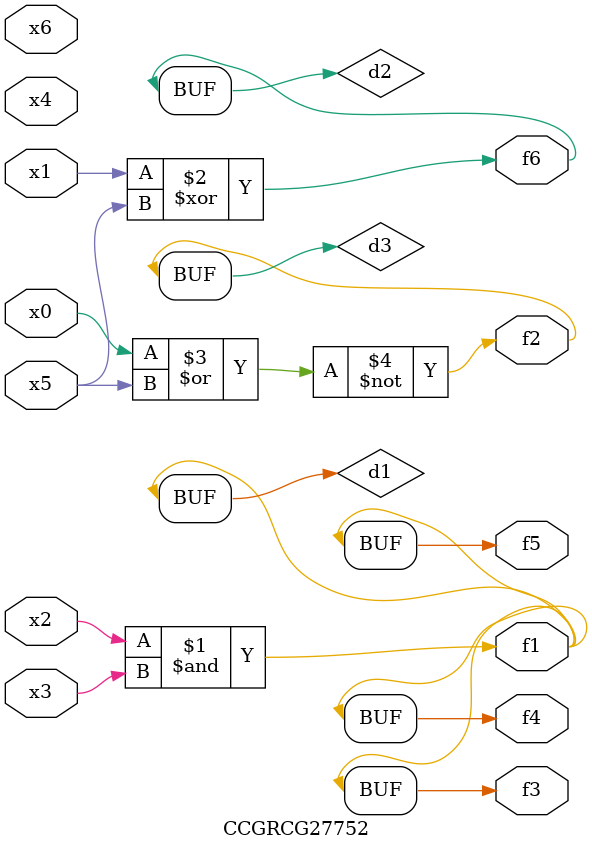
<source format=v>
module CCGRCG27752(
	input x0, x1, x2, x3, x4, x5, x6,
	output f1, f2, f3, f4, f5, f6
);

	wire d1, d2, d3;

	and (d1, x2, x3);
	xor (d2, x1, x5);
	nor (d3, x0, x5);
	assign f1 = d1;
	assign f2 = d3;
	assign f3 = d1;
	assign f4 = d1;
	assign f5 = d1;
	assign f6 = d2;
endmodule

</source>
